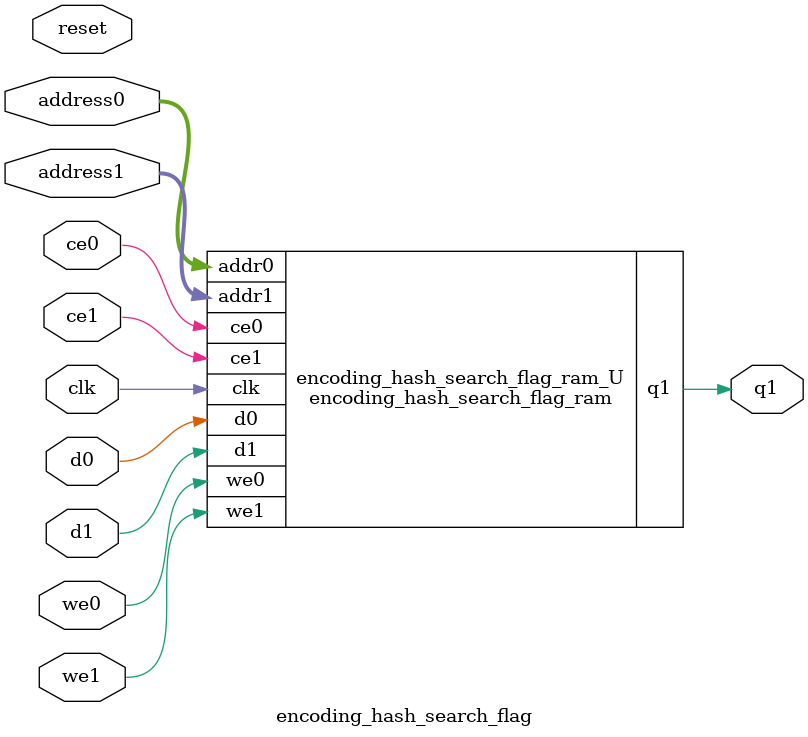
<source format=v>
`timescale 1 ns / 1 ps
module encoding_hash_search_flag_ram (addr0, ce0, d0, we0, addr1, ce1, d1, we1, q1,  clk);

parameter DWIDTH = 1;
parameter AWIDTH = 4;
parameter MEM_SIZE = 14;

input[AWIDTH-1:0] addr0;
input ce0;
input[DWIDTH-1:0] d0;
input we0;
input[AWIDTH-1:0] addr1;
input ce1;
input[DWIDTH-1:0] d1;
input we1;
output reg[DWIDTH-1:0] q1;
input clk;

reg [DWIDTH-1:0] ram[0:MEM_SIZE-1];




always @(posedge clk)  
begin 
    if (ce0) begin
        if (we0) 
            ram[addr0] <= d0; 
    end
end


always @(posedge clk)  
begin 
    if (ce1) begin
        if (we1) 
            ram[addr1] <= d1; 
        q1 <= ram[addr1];
    end
end


endmodule

`timescale 1 ns / 1 ps
module encoding_hash_search_flag(
    reset,
    clk,
    address0,
    ce0,
    we0,
    d0,
    address1,
    ce1,
    we1,
    d1,
    q1);

parameter DataWidth = 32'd1;
parameter AddressRange = 32'd14;
parameter AddressWidth = 32'd4;
input reset;
input clk;
input[AddressWidth - 1:0] address0;
input ce0;
input we0;
input[DataWidth - 1:0] d0;
input[AddressWidth - 1:0] address1;
input ce1;
input we1;
input[DataWidth - 1:0] d1;
output[DataWidth - 1:0] q1;



encoding_hash_search_flag_ram encoding_hash_search_flag_ram_U(
    .clk( clk ),
    .addr0( address0 ),
    .ce0( ce0 ),
    .we0( we0 ),
    .d0( d0 ),
    .addr1( address1 ),
    .ce1( ce1 ),
    .we1( we1 ),
    .d1( d1 ),
    .q1( q1 ));

endmodule


</source>
